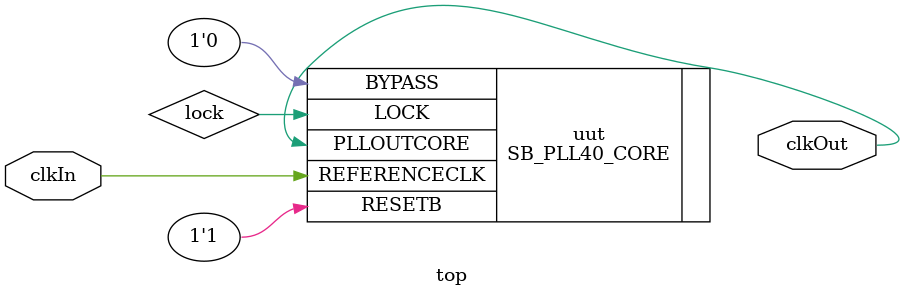
<source format=v>
module top (
		 input clkIn,
		 output clkOut
		 );


 // Set up clock for 48Mhz with input of 12MHz
   SB_PLL40_CORE #(
		   .FEEDBACK_PATH("SIMPLE"),
		   .PLLOUT_SELECT("GENCLK"),
		   .DIVR(4'b0000),
		   .DIVF(7'b0111111),
		   .DIVQ(3'b100),
		   .FILTER_RANGE(3'b001)
		   ) uut (
			  .LOCK(lock),
			  .RESETB(1'b1),
			  .BYPASS(1'b0),
			  .REFERENCECLK(clkIn),
			  .PLLOUTCORE(clkOut)
			  );
endmodule

</source>
